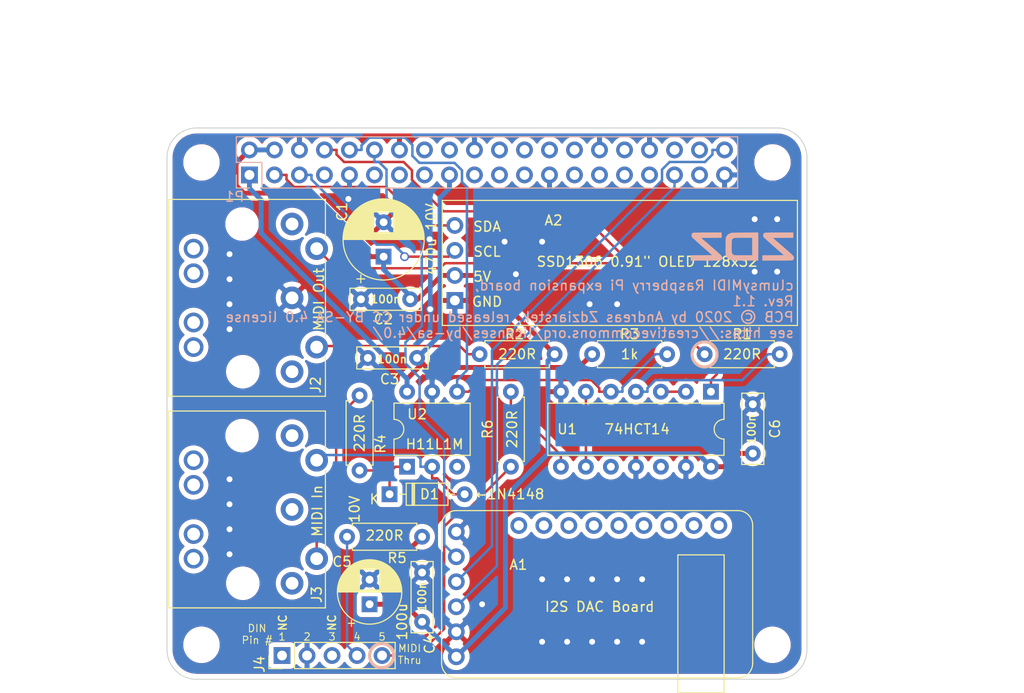
<source format=kicad_pcb>
(kicad_pcb (version 20171130) (host pcbnew 5.1.7-a382d34a8~87~ubuntu18.04.1)
  (title_block (date "15 nov 2012"))
  (layers (0 F.Cu signal) (31 B.Cu signal) (34 B.Paste user) (35 F.Paste user) (36 B.SilkS user) (37 F.SilkS user) (38 B.Mask user) (39 F.Mask user) (44 Edge.Cuts user))
  (net 0 "")
  (net 1 +3V3)
  (net 2 +5V)
  (net 3 GND)
  (net 4 /ID_SD)
  (net 5 /ID_SC)
  (net 6 /GPIO5)
  (net 7 /GPIO6)
  (net 8 /GPIO26)
  (net 9 "/GPIO4(GCLK)")
  (net 10 "/GPIO15(RXD0)")
  (net 11 "/GPIO17(GEN0)")
  (net 12 "/GPIO27(GEN2)")
  (net 13 "/GPIO22(GEN3)")
  (net 14 "/GPIO23(GEN4)")
  (net 15 "/GPIO24(GEN5)")
  (net 16 "/GPIO25(GEN6)")
  (net 17 "/GPIO10(SPI0_MOSI)")
  (net 18 "/GPIO9(SPI0_MISO)")
  (net 19 "/GPIO11(SPI0_SCK)")
  (net 20 "/GPIO8(SPI0_CE_N)")
  (net 21 "/GPIO7(SPI1_CE_N)")
  (net 22 "/GPIO12(PWM0)")
  (net 23 "/GPIO13(PWM1)")
  (net 24 /GPIO16)
  (net 25 "/GPIO20(SPI1_MOSI)")
  (net 26 I2S_BCLK)
  (net 27 I2S_DATA)
  (net 28 I2S_LRCLK)
  (net 29 "Net-(A1-Pad7)")
  (net 30 "Net-(A1-Pad8)")
  (net 31 "Net-(A1-Pad9)")
  (net 32 "Net-(A1-Pad10)")
  (net 33 "Net-(A1-Pad11)")
  (net 34 "Net-(A1-Pad12)")
  (net 35 "Net-(A1-Pad13)")
  (net 36 "Net-(A1-Pad14)")
  (net 37 "Net-(A1-Pad15)")
  (net 38 "Net-(D1-Pad2)")
  (net 39 "Net-(D1-Pad1)")
  (net 40 I2C_SDA)
  (net 41 I2C_SCL)
  (net 42 "Net-(J2-Pad4)")
  (net 43 "Net-(J2-Pad1)")
  (net 44 "Net-(J2-Pad3)")
  (net 45 "Net-(J2-Pad5)")
  (net 46 "Net-(J3-Pad4)")
  (net 47 "Net-(J3-Pad1)")
  (net 48 "Net-(J3-Pad2)")
  (net 49 "Net-(J3-Pad3)")
  (net 50 "Net-(J4-Pad4)")
  (net 51 "Net-(J4-Pad1)")
  (net 52 "Net-(J4-Pad3)")
  (net 53 "Net-(J4-Pad5)")
  (net 54 TX_TTL)
  (net 55 "Net-(R1-Pad2)")
  (net 56 "Net-(R6-Pad2)")
  (net 57 "Net-(U1-Pad6)")
  (net 58 "Net-(U1-Pad12)")
  (net 59 "Net-(U1-Pad10)")
  (net 60 "Net-(U1-Pad2)")
  (net 61 "Net-(U2-Pad3)")
  (module clumsyMIDI:SSD1306_128_32 (layer F.Cu) (at 246 107.709 180)
    (fp_text reference A2 (at 6.74 4.319) (layer F.SilkS))
    (fp_text value "SSD1306 Header")
    (pad 4 thru_hole oval (at 16.764 3.81 180) (size 1.7 1.7) (drill 1) (layers *.Cu *.Mask) (net 40 I2C_SDA))
    (pad 3 thru_hole oval (at 16.764 1.27 180) (size 1.7 1.7) (drill 1) (layers *.Cu *.Mask) (net 41 I2C_SCL))
    (pad 2 thru_hole oval (at 16.764 -1.27 180) (size 1.7 1.7) (drill 1) (layers *.Cu *.Mask) (net 2 +5V))
    (pad 1 thru_hole rect (at 16.764 -3.81 180) (size 1.7 1.7) (drill 1) (layers *.Cu *.Mask) (net 3 GND))
  )
  (module clumsyMIDI:GY-PCM5102 (layer F.Cu) (at 243.688 141.364)
    (fp_text reference A1 (at -8 -3) (layer F.SilkS))
    (fp_text value GY-PCM5102)
    (pad 6 thru_hole circle (at -14.305 6.35) (size 1.7 1.7) (drill 1) (layers *.Cu *.Mask) (net 2 +5V))
    (pad 5 thru_hole circle (at -14.305 3.81) (size 1.7 1.7) (drill 1) (layers *.Cu *.Mask) (net 3 GND))
    (pad 4 thru_hole circle (at -14.305 1.27) (size 1.7 1.7) (drill 1) (layers *.Cu *.Mask) (net 28 I2S_LRCLK))
    (pad 3 thru_hole circle (at -14.305 -1.27) (size 1.7 1.7) (drill 1) (layers *.Cu *.Mask) (net 27 I2S_DATA))
    (pad 2 thru_hole circle (at -14.305 -3.81) (size 1.7 1.7) (drill 1) (layers *.Cu *.Mask) (net 26 I2S_BCLK))
    (pad 1 thru_hole circle (at -14.305 -6.35) (size 1.7 1.7) (drill 1) (layers *.Cu *.Mask) (net 3 GND))
    (pad 7 thru_hole circle (at 12.365 -6.985) (size 1.7 1.7) (drill 1) (layers *.Cu *.Mask) (net 29 "Net-(A1-Pad7)"))
    (pad 8 thru_hole circle (at 9.825 -6.985) (size 1.7 1.7) (drill 1) (layers *.Cu *.Mask) (net 30 "Net-(A1-Pad8)"))
    (pad 9 thru_hole circle (at 7.285 -6.985) (size 1.7 1.7) (drill 1) (layers *.Cu *.Mask) (net 31 "Net-(A1-Pad9)"))
    (pad 10 thru_hole circle (at 4.745 -6.985) (size 1.7 1.7) (drill 1) (layers *.Cu *.Mask) (net 32 "Net-(A1-Pad10)"))
    (pad 11 thru_hole circle (at 2.205 -6.985) (size 1.7 1.7) (drill 1) (layers *.Cu *.Mask) (net 33 "Net-(A1-Pad11)"))
    (pad 12 thru_hole circle (at -0.335 -6.985) (size 1.7 1.7) (drill 1) (layers *.Cu *.Mask) (net 34 "Net-(A1-Pad12)"))
    (pad 13 thru_hole circle (at -2.875 -6.985) (size 1.7 1.7) (drill 1) (layers *.Cu *.Mask) (net 35 "Net-(A1-Pad13)"))
    (pad 14 thru_hole circle (at -5.415 -6.985) (size 1.7 1.7) (drill 1) (layers *.Cu *.Mask) (net 36 "Net-(A1-Pad14)"))
    (pad 15 thru_hole circle (at -7.955 -6.985) (size 1.7 1.7) (drill 1) (layers *.Cu *.Mask) (net 37 "Net-(A1-Pad15)"))
  )
  (module clumsyMIDI:MultiDIN5 (layer F.Cu) (at 212.7 140.25 90)
    (fp_text reference J3 (at -1.15 2.5 90) (layer F.SilkS))
    (fp_text value "MIDI In Jack")
    (pad "" np_thru_hole circle (at 15 -5.08 90) (size 2.4 2.4) (drill 2.4) (layers *.Cu *.Mask))
    (pad "" np_thru_hole circle (at 0 -5 90) (size 2.4 2.4) (drill 2.4) (layers *.Cu *.Mask))
    (pad "" thru_hole circle (at 12.5 -10 90) (size 2 2) (drill 1.3) (layers *.Cu *.Mask))
    (pad "" thru_hole circle (at 2.5 -10 90) (size 2 2) (drill 1.3) (layers *.Cu *.Mask))
    (pad "" thru_hole circle (at 10 -10 90) (size 2 2) (drill 1.3) (layers *.Cu *.Mask))
    (pad 4 thru_hole circle (at 2.5 2.5 90) (size 2.3 2.3) (drill 1.3) (layers *.Cu *.Mask) (net 46 "Net-(J3-Pad4)"))
    (pad 1 thru_hole circle (at 0 0 90) (size 2.3 2.3) (drill 1.3) (layers *.Cu *.Mask) (net 47 "Net-(J3-Pad1)"))
    (pad 2 thru_hole circle (at 7.5 0 90) (size 2.3 2.3) (drill 1.3) (layers *.Cu *.Mask) (net 48 "Net-(J3-Pad2)"))
    (pad 3 thru_hole circle (at 15 0 90) (size 2.3 2.3) (drill 1.3) (layers *.Cu *.Mask) (net 49 "Net-(J3-Pad3)"))
    (pad "" thru_hole circle (at 5 -10 90) (size 2 2) (drill 1.3) (layers *.Cu *.Mask))
    (pad 5 thru_hole circle (at 12.5 2.5 90) (size 2.3 2.3) (drill 1.3) (layers *.Cu *.Mask) (net 38 "Net-(D1-Pad2)"))
  )
  (module clumsyMIDI:MultiDIN5 (layer F.Cu) (at 212.7 118.758 90)
    (fp_text reference J2 (at -1.342 2.4 90) (layer F.SilkS))
    (fp_text value "MIDI Out Jack")
    (pad "" np_thru_hole circle (at 15 -5.08 90) (size 2.4 2.4) (drill 2.4) (layers *.Cu *.Mask))
    (pad "" np_thru_hole circle (at 0 -5 90) (size 2.4 2.4) (drill 2.4) (layers *.Cu *.Mask))
    (pad "" thru_hole circle (at 12.5 -10 90) (size 2 2) (drill 1.3) (layers *.Cu *.Mask))
    (pad "" thru_hole circle (at 2.5 -10 90) (size 2 2) (drill 1.3) (layers *.Cu *.Mask))
    (pad "" thru_hole circle (at 10 -10 90) (size 2 2) (drill 1.3) (layers *.Cu *.Mask))
    (pad 4 thru_hole circle (at 2.5 2.5 90) (size 2.3 2.3) (drill 1.3) (layers *.Cu *.Mask) (net 42 "Net-(J2-Pad4)"))
    (pad 1 thru_hole circle (at 0 0 90) (size 2.3 2.3) (drill 1.3) (layers *.Cu *.Mask) (net 43 "Net-(J2-Pad1)"))
    (pad 2 thru_hole circle (at 7.5 0 90) (size 2.3 2.3) (drill 1.3) (layers *.Cu *.Mask) (net 3 GND))
    (pad 3 thru_hole circle (at 15 0 90) (size 2.3 2.3) (drill 1.3) (layers *.Cu *.Mask) (net 44 "Net-(J2-Pad3)"))
    (pad "" thru_hole circle (at 5 -10 90) (size 2 2) (drill 1.3) (layers *.Cu *.Mask))
    (pad 5 thru_hole circle (at 12.5 2.5 90) (size 2.3 2.3) (drill 1.3) (layers *.Cu *.Mask) (net 45 "Net-(J2-Pad5)"))
  )
  (module clumsyMIDI:ZDZsmall (layer B.Cu) (at 258.42 106.058 180)
    (fp_text reference G*** hide)
    (fp_text value LOGO hide)
  )
  (module Resistor_THT:R_Axial_DIN0207_L6.3mm_D2.5mm_P7.62mm_Horizontal (layer F.Cu) (at 234.925 128.41 90)
    (fp_text reference R6 (at 3.81 -2.37 90) (layer F.SilkS))
    (fp_text value 220R (at 3.81 0.127 90) (layer F.SilkS))
    (pad 2 thru_hole oval (at 7.62 0 90) (size 1.6 1.6) (drill 0.8) (layers *.Cu *.Mask) (net 56 "Net-(R6-Pad2)"))
    (pad 1 thru_hole circle (at 0 0 90) (size 1.6 1.6) (drill 0.8) (layers *.Cu *.Mask) (net 53 "Net-(J4-Pad5)"))
  )
  (module Resistor_THT:R_Axial_DIN0207_L6.3mm_D2.5mm_P7.62mm_Horizontal (layer F.Cu) (at 225.908 135.522 180)
    (fp_text reference R5 (at 2.54 -2.159) (layer F.SilkS))
    (fp_text value 220R (at 3.81 0.127) (layer F.SilkS))
    (pad 1 thru_hole circle (at 0 0 180) (size 1.6 1.6) (drill 0.8) (layers *.Cu *.Mask) (net 2 +5V))
    (pad 2 thru_hole oval (at 7.62 0 180) (size 1.6 1.6) (drill 0.8) (layers *.Cu *.Mask) (net 50 "Net-(J4-Pad4)"))
  )
  (module Resistor_THT:R_Axial_DIN0207_L6.3mm_D2.5mm_P7.62mm_Horizontal (layer F.Cu) (at 219.558 121.171 270)
    (fp_text reference R4 (at 4.919 -2.122 90) (layer F.SilkS))
    (fp_text value 220R (at 3.81 0 90) (layer F.SilkS))
    (pad 2 thru_hole oval (at 7.62 0 270) (size 1.6 1.6) (drill 0.8) (layers *.Cu *.Mask) (net 39 "Net-(D1-Pad1)"))
    (pad 1 thru_hole circle (at 0 0 270) (size 1.6 1.6) (drill 0.8) (layers *.Cu *.Mask) (net 46 "Net-(J3-Pad4)"))
  )
  (module Resistor_THT:R_Axial_DIN0207_L6.3mm_D2.5mm_P7.62mm_Horizontal (layer F.Cu) (at 243.18 116.98)
    (fp_text reference R3 (at 3.81 -2.032) (layer F.SilkS))
    (fp_text value 1k (at 3.81 0) (layer F.SilkS))
    (pad 2 thru_hole oval (at 7.62 0) (size 1.6 1.6) (drill 0.8) (layers *.Cu *.Mask) (net 10 "/GPIO15(RXD0)"))
    (pad 1 thru_hole circle (at 0 0) (size 1.6 1.6) (drill 0.8) (layers *.Cu *.Mask) (net 1 +3V3))
  )
  (module Resistor_THT:R_Axial_DIN0207_L6.3mm_D2.5mm_P7.62mm_Horizontal (layer F.Cu) (at 239.37 116.98 180)
    (fp_text reference R2 (at 4.064 2.032) (layer F.SilkS))
    (fp_text value 220R (at 3.81 0) (layer F.SilkS))
    (pad 2 thru_hole oval (at 7.62 0 180) (size 1.6 1.6) (drill 0.8) (layers *.Cu *.Mask) (net 42 "Net-(J2-Pad4)"))
    (pad 1 thru_hole circle (at 0 0 180) (size 1.6 1.6) (drill 0.8) (layers *.Cu *.Mask) (net 2 +5V))
  )
  (module Resistor_THT:R_Axial_DIN0207_L6.3mm_D2.5mm_P7.62mm_Horizontal (layer F.Cu) (at 254.61 116.98)
    (fp_text reference R1 (at 3.81 -2.032) (layer F.SilkS))
    (fp_text value 220R (at 3.81 0) (layer F.SilkS))
    (pad 2 thru_hole oval (at 7.62 0) (size 1.6 1.6) (drill 0.8) (layers *.Cu *.Mask) (net 55 "Net-(R1-Pad2)"))
    (pad 1 thru_hole circle (at 0 0) (size 1.6 1.6) (drill 0.8) (layers *.Cu *.Mask) (net 45 "Net-(J2-Pad5)"))
  )
  (module Capacitor_THT:C_Rect_L7.0mm_W2.0mm_P5.00mm (layer F.Cu) (at 219.7 111.4)
    (fp_text reference C2 (at 2.286 2.032) (layer F.SilkS))
    (fp_text value 100n (at 2.5 0) (layer F.SilkS) (effects (font (size 0.8 0.8))))
    (pad 2 thru_hole circle (at 5 0) (size 1.6 1.6) (drill 0.8) (layers *.Cu *.Mask) (net 2 +5V))
    (pad 1 thru_hole circle (at 0 0) (size 1.6 1.6) (drill 0.8) (layers *.Cu *.Mask) (net 3 GND))
  )
  (module Connector_PinHeader_2.54mm:PinHeader_1x05_P2.54mm_Vertical (layer F.Cu) (at 211.684 147.587 90)
    (fp_text reference J4 (at -0.889 -2.286 90) (layer F.SilkS))
    (fp_text value "MIDI Thru Jack" hide)
    (pad 5 thru_hole oval (at 0 10.16 90) (size 1.7 1.7) (drill 1) (layers *.Cu *.Mask) (net 53 "Net-(J4-Pad5)"))
    (pad 4 thru_hole oval (at 0 7.62 90) (size 1.7 1.7) (drill 1) (layers *.Cu *.Mask) (net 50 "Net-(J4-Pad4)"))
    (pad 3 thru_hole oval (at 0 5.08 90) (size 1.7 1.7) (drill 1) (layers *.Cu *.Mask) (net 52 "Net-(J4-Pad3)"))
    (pad 2 thru_hole oval (at 0 2.54 90) (size 1.7 1.7) (drill 1) (layers *.Cu *.Mask) (net 3 GND))
    (pad 1 thru_hole rect (at 0 0 90) (size 1.7 1.7) (drill 1) (layers *.Cu *.Mask) (net 51 "Net-(J4-Pad1)"))
  )
  (module Package_DIP:DIP-6_W7.62mm (layer F.Cu) (at 224.384 128.41 90)
    (fp_text reference U2 (at 5.334 1.016 180) (layer F.SilkS))
    (fp_text value H11L1M (at 2.286 2.794 180) (layer F.SilkS))
    (pad 6 thru_hole oval (at 7.62 0 90) (size 1.6 1.6) (drill 0.8) (layers *.Cu *.Mask) (net 1 +3V3))
    (pad 3 thru_hole oval (at 0 5.08 90) (size 1.6 1.6) (drill 0.8) (layers *.Cu *.Mask) (net 61 "Net-(U2-Pad3)"))
    (pad 5 thru_hole oval (at 7.62 2.54 90) (size 1.6 1.6) (drill 0.8) (layers *.Cu *.Mask) (net 3 GND))
    (pad 2 thru_hole oval (at 0 2.54 90) (size 1.6 1.6) (drill 0.8) (layers *.Cu *.Mask) (net 38 "Net-(D1-Pad2)"))
    (pad 4 thru_hole oval (at 7.62 5.08 90) (size 1.6 1.6) (drill 0.8) (layers *.Cu *.Mask) (net 10 "/GPIO15(RXD0)"))
    (pad 1 thru_hole rect (at 0 0 90) (size 1.6 1.6) (drill 0.8) (layers *.Cu *.Mask) (net 39 "Net-(D1-Pad1)"))
  )
  (module Package_DIP:DIP-14_W7.62mm (layer F.Cu) (at 255.245 120.79 270)
    (fp_text reference U1 (at 3.81 14.605 180) (layer F.SilkS))
    (fp_text value 74HCT14 (at 3.81 7.493 180) (layer F.SilkS))
    (pad 14 thru_hole oval (at 7.62 0 270) (size 1.6 1.6) (drill 0.8) (layers *.Cu *.Mask) (net 2 +5V))
    (pad 7 thru_hole oval (at 0 15.24 270) (size 1.6 1.6) (drill 0.8) (layers *.Cu *.Mask) (net 3 GND))
    (pad 13 thru_hole oval (at 7.62 2.54 270) (size 1.6 1.6) (drill 0.8) (layers *.Cu *.Mask) (net 3 GND))
    (pad 6 thru_hole oval (at 0 12.7 270) (size 1.6 1.6) (drill 0.8) (layers *.Cu *.Mask) (net 57 "Net-(U1-Pad6)"))
    (pad 12 thru_hole oval (at 7.62 5.08 270) (size 1.6 1.6) (drill 0.8) (layers *.Cu *.Mask) (net 58 "Net-(U1-Pad12)"))
    (pad 5 thru_hole oval (at 0 10.16 270) (size 1.6 1.6) (drill 0.8) (layers *.Cu *.Mask) (net 10 "/GPIO15(RXD0)"))
    (pad 11 thru_hole oval (at 7.62 7.62 270) (size 1.6 1.6) (drill 0.8) (layers *.Cu *.Mask) (net 3 GND))
    (pad 4 thru_hole oval (at 0 7.62 270) (size 1.6 1.6) (drill 0.8) (layers *.Cu *.Mask) (net 55 "Net-(R1-Pad2)"))
    (pad 10 thru_hole oval (at 7.62 10.16 270) (size 1.6 1.6) (drill 0.8) (layers *.Cu *.Mask) (net 59 "Net-(U1-Pad10)"))
    (pad 3 thru_hole oval (at 0 5.08 270) (size 1.6 1.6) (drill 0.8) (layers *.Cu *.Mask) (net 60 "Net-(U1-Pad2)"))
    (pad 9 thru_hole oval (at 7.62 12.7 270) (size 1.6 1.6) (drill 0.8) (layers *.Cu *.Mask) (net 57 "Net-(U1-Pad6)"))
    (pad 2 thru_hole oval (at 0 2.54 270) (size 1.6 1.6) (drill 0.8) (layers *.Cu *.Mask) (net 60 "Net-(U1-Pad2)"))
    (pad 8 thru_hole oval (at 7.62 15.24 270) (size 1.6 1.6) (drill 0.8) (layers *.Cu *.Mask) (net 56 "Net-(R6-Pad2)"))
    (pad 1 thru_hole rect (at 0 0 270) (size 1.6 1.6) (drill 0.8) (layers *.Cu *.Mask) (net 54 TX_TTL))
  )
  (module Diode_THT:D_DO-35_SOD27_P7.62mm_Horizontal (layer F.Cu) (at 222.606 131.204)
    (fp_text reference D1 (at 4.064 0) (layer F.SilkS))
    (fp_text value 1N4148)
    (fp_text user K (at -1.524 0.508) (layer F.SilkS))
    (pad 2 thru_hole oval (at 7.62 0) (size 1.6 1.6) (drill 0.8) (layers *.Cu *.Mask) (net 38 "Net-(D1-Pad2)"))
    (pad 1 thru_hole rect (at 0 0) (size 1.6 1.6) (drill 0.8) (layers *.Cu *.Mask) (net 39 "Net-(D1-Pad1)"))
  )
  (module Capacitor_THT:C_Rect_L7.0mm_W2.0mm_P5.00mm (layer F.Cu) (at 259.5 122.06 270)
    (fp_text reference C6 (at 2.5 -2.25 90) (layer F.SilkS))
    (fp_text value 100n (at 2.54 0.127 90) (layer F.SilkS) (effects (font (size 0.8 0.8))))
    (pad 2 thru_hole circle (at 5 0 270) (size 1.6 1.6) (drill 0.8) (layers *.Cu *.Mask) (net 2 +5V))
    (pad 1 thru_hole circle (at 0 0 270) (size 1.6 1.6) (drill 0.8) (layers *.Cu *.Mask) (net 3 GND))
  )
  (module Capacitor_THT:CP_Radial_D6.3mm_P2.50mm (layer F.Cu) (at 220.574 142.38 90)
    (fp_text reference C5 (at 4.318 -2.794 180) (layer F.SilkS))
    (fp_text value 100u (at -1.778 3.302 90) (layer F.SilkS))
    (pad 1 thru_hole rect (at 0 0 90) (size 1.6 1.6) (drill 0.8) (layers *.Cu *.Mask) (net 2 +5V))
    (pad 2 thru_hole circle (at 2.5 0 90) (size 1.6 1.6) (drill 0.8) (layers *.Cu *.Mask) (net 3 GND))
  )
  (module Capacitor_THT:C_Rect_L7.0mm_W2.0mm_P5.00mm (layer F.Cu) (at 225.908 144.158 90)
    (fp_text reference C4 (at -2.286 0.762 90) (layer F.SilkS))
    (fp_text value 100n (at 2.54 0 90) (layer F.SilkS) (effects (font (size 0.8 0.8))))
    (pad 1 thru_hole circle (at 0 0 90) (size 1.6 1.6) (drill 0.8) (layers *.Cu *.Mask) (net 2 +5V))
    (pad 2 thru_hole circle (at 5 0 90) (size 1.6 1.6) (drill 0.8) (layers *.Cu *.Mask) (net 3 GND))
  )
  (module Capacitor_THT:C_Rect_L7.0mm_W2.0mm_P5.00mm (layer F.Cu) (at 225.4 117.361 180)
    (fp_text reference C3 (at 2.794 -2.159) (layer F.SilkS))
    (fp_text value 100n (at 2.54 -0.127) (layer F.SilkS) (effects (font (size 0.8 0.8))))
    (pad 2 thru_hole circle (at 5 0 180) (size 1.6 1.6) (drill 0.8) (layers *.Cu *.Mask) (net 3 GND))
    (pad 1 thru_hole circle (at 0 0 180) (size 1.6 1.6) (drill 0.8) (layers *.Cu *.Mask) (net 1 +3V3))
  )
  (module Capacitor_THT:CP_Radial_D8.0mm_P3.50mm (layer F.Cu) (at 222 107.074 90)
    (fp_text reference C1 (at 4.572 -4.22 90) (layer F.SilkS))
    (fp_text value "470u 10V" (at 1.778 4.826 90) (layer F.SilkS))
    (pad 2 thru_hole circle (at 3.5 0 90) (size 1.6 1.6) (drill 0.8) (layers *.Cu *.Mask) (net 3 GND))
    (pad 1 thru_hole rect (at 0 0 90) (size 1.6 1.6) (drill 0.8) (layers *.Cu *.Mask) (net 2 +5V))
  )
  (module Connector_PinSocket_2.54mm:PinSocket_2x20_P2.54mm_Vertical (layer B.Cu) (at 208.37 98.77 270)
    (fp_text reference P1 (at 2.208 1.512) (layer B.SilkS) (effects (justify mirror)))
    (fp_text value Conn_02x20_Odd_Even)
    (pad 1 thru_hole rect (at 0 0 270) (size 1.7 1.7) (drill 1) (layers *.Cu *.Mask) (net 1 +3V3))
    (pad 2 thru_hole oval (at -2.54 0 270) (size 1.7 1.7) (drill 1) (layers *.Cu *.Mask) (net 2 +5V))
    (pad 3 thru_hole oval (at 0 -2.54 270) (size 1.7 1.7) (drill 1) (layers *.Cu *.Mask) (net 40 I2C_SDA))
    (pad 4 thru_hole oval (at -2.54 -2.54 270) (size 1.7 1.7) (drill 1) (layers *.Cu *.Mask) (net 2 +5V))
    (pad 5 thru_hole oval (at 0 -5.08 270) (size 1.7 1.7) (drill 1) (layers *.Cu *.Mask) (net 41 I2C_SCL))
    (pad 6 thru_hole oval (at -2.54 -5.08 270) (size 1.7 1.7) (drill 1) (layers *.Cu *.Mask) (net 3 GND))
    (pad 7 thru_hole oval (at 0 -7.62 270) (size 1.7 1.7) (drill 1) (layers *.Cu *.Mask) (net 9 "/GPIO4(GCLK)"))
    (pad 8 thru_hole oval (at -2.54 -7.62 270) (size 1.7 1.7) (drill 1) (layers *.Cu *.Mask) (net 54 TX_TTL))
    (pad 9 thru_hole oval (at 0 -10.16 270) (size 1.7 1.7) (drill 1) (layers *.Cu *.Mask) (net 3 GND))
    (pad 10 thru_hole oval (at -2.54 -10.16 270) (size 1.7 1.7) (drill 1) (layers *.Cu *.Mask) (net 10 "/GPIO15(RXD0)"))
    (pad 11 thru_hole oval (at 0 -12.7 270) (size 1.7 1.7) (drill 1) (layers *.Cu *.Mask) (net 11 "/GPIO17(GEN0)"))
    (pad 12 thru_hole oval (at -2.54 -12.7 270) (size 1.7 1.7) (drill 1) (layers *.Cu *.Mask) (net 26 I2S_BCLK))
    (pad 13 thru_hole oval (at 0 -15.24 270) (size 1.7 1.7) (drill 1) (layers *.Cu *.Mask) (net 12 "/GPIO27(GEN2)"))
    (pad 14 thru_hole oval (at -2.54 -15.24 270) (size 1.7 1.7) (drill 1) (layers *.Cu *.Mask) (net 3 GND))
    (pad 15 thru_hole oval (at 0 -17.78 270) (size 1.7 1.7) (drill 1) (layers *.Cu *.Mask) (net 13 "/GPIO22(GEN3)"))
    (pad 16 thru_hole oval (at -2.54 -17.78 270) (size 1.7 1.7) (drill 1) (layers *.Cu *.Mask) (net 14 "/GPIO23(GEN4)"))
    (pad 17 thru_hole oval (at 0 -20.32 270) (size 1.7 1.7) (drill 1) (layers *.Cu *.Mask) (net 1 +3V3))
    (pad 18 thru_hole oval (at -2.54 -20.32 270) (size 1.7 1.7) (drill 1) (layers *.Cu *.Mask) (net 15 "/GPIO24(GEN5)"))
    (pad 19 thru_hole oval (at 0 -22.86 270) (size 1.7 1.7) (drill 1) (layers *.Cu *.Mask) (net 17 "/GPIO10(SPI0_MOSI)"))
    (pad 20 thru_hole oval (at -2.54 -22.86 270) (size 1.7 1.7) (drill 1) (layers *.Cu *.Mask) (net 3 GND))
    (pad 21 thru_hole oval (at 0 -25.4 270) (size 1.7 1.7) (drill 1) (layers *.Cu *.Mask) (net 18 "/GPIO9(SPI0_MISO)"))
    (pad 22 thru_hole oval (at -2.54 -25.4 270) (size 1.7 1.7) (drill 1) (layers *.Cu *.Mask) (net 16 "/GPIO25(GEN6)"))
    (pad 23 thru_hole oval (at 0 -27.94 270) (size 1.7 1.7) (drill 1) (layers *.Cu *.Mask) (net 19 "/GPIO11(SPI0_SCK)"))
    (pad 24 thru_hole oval (at -2.54 -27.94 270) (size 1.7 1.7) (drill 1) (layers *.Cu *.Mask) (net 20 "/GPIO8(SPI0_CE_N)"))
    (pad 25 thru_hole oval (at 0 -30.48 270) (size 1.7 1.7) (drill 1) (layers *.Cu *.Mask) (net 3 GND))
    (pad 26 thru_hole oval (at -2.54 -30.48 270) (size 1.7 1.7) (drill 1) (layers *.Cu *.Mask) (net 21 "/GPIO7(SPI1_CE_N)"))
    (pad 27 thru_hole oval (at 0 -33.02 270) (size 1.7 1.7) (drill 1) (layers *.Cu *.Mask) (net 4 /ID_SD))
    (pad 28 thru_hole oval (at -2.54 -33.02 270) (size 1.7 1.7) (drill 1) (layers *.Cu *.Mask) (net 5 /ID_SC))
    (pad 29 thru_hole oval (at 0 -35.56 270) (size 1.7 1.7) (drill 1) (layers *.Cu *.Mask) (net 6 /GPIO5))
    (pad 30 thru_hole oval (at -2.54 -35.56 270) (size 1.7 1.7) (drill 1) (layers *.Cu *.Mask) (net 3 GND))
    (pad 31 thru_hole oval (at 0 -38.1 270) (size 1.7 1.7) (drill 1) (layers *.Cu *.Mask) (net 7 /GPIO6))
    (pad 32 thru_hole oval (at -2.54 -38.1 270) (size 1.7 1.7) (drill 1) (layers *.Cu *.Mask) (net 22 "/GPIO12(PWM0)"))
    (pad 33 thru_hole oval (at 0 -40.64 270) (size 1.7 1.7) (drill 1) (layers *.Cu *.Mask) (net 23 "/GPIO13(PWM1)"))
    (pad 34 thru_hole oval (at -2.54 -40.64 270) (size 1.7 1.7) (drill 1) (layers *.Cu *.Mask) (net 3 GND))
    (pad 35 thru_hole oval (at 0 -43.18 270) (size 1.7 1.7) (drill 1) (layers *.Cu *.Mask) (net 28 I2S_LRCLK))
    (pad 36 thru_hole oval (at -2.54 -43.18 270) (size 1.7 1.7) (drill 1) (layers *.Cu *.Mask) (net 24 /GPIO16))
    (pad 37 thru_hole oval (at 0 -45.72 270) (size 1.7 1.7) (drill 1) (layers *.Cu *.Mask) (net 8 /GPIO26))
    (pad 38 thru_hole oval (at -2.54 -45.72 270) (size 1.7 1.7) (drill 1) (layers *.Cu *.Mask) (net 25 "/GPIO20(SPI1_MOSI)"))
    (pad 39 thru_hole oval (at 0 -48.26 270) (size 1.7 1.7) (drill 1) (layers *.Cu *.Mask) (net 3 GND))
    (pad 40 thru_hole oval (at -2.54 -48.26 270) (size 1.7 1.7) (drill 1) (layers *.Cu *.Mask) (net 27 I2S_DATA))
  )
  (module MountingHole:MountingHole_2.7mm_M2.5 (layer F.Cu) (at 261.5 146.5)
    (fp_text reference MK4 hide)
    (fp_text value M2.5)
    (pad 1 np_thru_hole circle (at 0 0) (size 2.7 2.7) (drill 2.7) (layers *.Cu *.Mask))
  )
  (module MountingHole:MountingHole_2.7mm_M2.5 (layer F.Cu) (at 203.5 146.5)
    (fp_text reference MK3 hide)
    (fp_text value M2.5)
    (pad 1 np_thru_hole circle (at 0 0) (size 2.7 2.7) (drill 2.7) (layers *.Cu *.Mask))
  )
  (module MountingHole:MountingHole_2.7mm_M2.5 (layer F.Cu) (at 261.5 97.5 180)
    (fp_text reference MK2 hide)
    (fp_text value M2.5)
    (pad 1 np_thru_hole circle (at 0 0 180) (size 2.7 2.7) (drill 2.7) (layers *.Cu *.Mask))
  )
  (module MountingHole:MountingHole_2.7mm_M2.5 (layer F.Cu) (at 203.5 97.5 180)
    (fp_text reference MK1 hide)
    (fp_text value M2.5)
    (pad 1 np_thru_hole circle (at 0 0 180) (size 2.7 2.7) (drill 2.7) (layers *.Cu *.Mask))
  )
  (gr_text "MIDI Out" (at 215.43 111.42 90) (layer F.SilkS) (effects (font (size 1 1))))
  (gr_text "MIDI In" (at 215.26 132.9 90) (layer F.SilkS) (effects (font (size 1 1))))
  (gr_circle (center 254.6 117) (end 255.8 117) (layer F.SilkS) (width 0.15))
  (gr_circle (center 254.6 117) (end 255.8 116.4) (layer F.SilkS) (width 0.15))
  (gr_circle (center 221.8 147.6) (end 222.95 147.6) (layer F.SilkS) (width 0.15))
  (gr_circle (center 221.8 147.6) (end 223.1 147.6) (layer F.SilkS) (width 0.15))
  (gr_circle (center 221.8 147.6) (end 223.1 147.6) (layer B.SilkS) (width 0.15))
  (gr_circle (center 221.8 147.6) (end 222.95 147.6) (layer B.SilkS) (width 0.15))
  (gr_circle (center 254.6 117) (end 255.8 117) (layer B.SilkS) (width 0.15))
  (gr_circle (center 254.6 117) (end 255.8 117.6) (layer B.SilkS) (width 0.15))
  (gr_text NC (at 216.75 144.25 90) (layer F.SilkS) (effects (font (size 0.8 0.8))))
  (gr_text NC (at 211.75 144.25 90) (layer F.SilkS) (effects (font (size 0.8 0.8))))
  (gr_text "clumsyMIDI Raspberry Pi expansion board,\nRev. 1.1\nPCB © 2020 by Andreas Zdziarstek, released under CC BY-SA 4.0 license\nsee https://creativecommons.org/licenses/by-sa/4.0/" (at 263.754 112.408) (layer B.SilkS) (effects (font (size 1 1)) (justify left mirror)))
  (gr_text "I2S DAC Board" (at 243.942 142.634) (layer F.SilkS) (effects (font (size 1 1))))
  (gr_text 10V (at 219.05 132.728 90) (layer F.SilkS) (effects (font (size 1 1))))
  (gr_text ←1N4148 (at 234.798 131.204) (layer F.SilkS) (effects (font (size 1 1))))
  (gr_text "MIDI\nThru\n" (at 224.638 147.46) (layer F.SilkS) (effects (font (size 0.75 0.75) (thickness 0.1))))
  (gr_text 5 (at 221.844 145.682) (layer F.SilkS) (effects (font (size 0.75 0.75) (thickness 0.1))))
  (gr_text 4 (at 219.304 145.682) (layer F.SilkS) (effects (font (size 0.75 0.75) (thickness 0.1))))
  (gr_text 3 (at 216.764 145.682) (layer F.SilkS) (effects (font (size 0.75 0.75) (thickness 0.1))))
  (gr_text 2 (at 214.224 145.682) (layer F.SilkS) (effects (font (size 0.75 0.75) (thickness 0.1))))
  (gr_text 1 (at 211.684 145.682) (layer F.SilkS) (effects (font (size 0.75 0.75) (thickness 0.1))))
  (gr_text "DIN\nPin #" (at 209.144 145.428) (layer F.SilkS) (effects (font (size 0.75 0.75) (thickness 0.1))))
  (gr_text SDA (at 232.512 104.026) (layer F.SilkS) (effects (font (size 1 1))))
  (gr_text SCL (at 232.512 106.566) (layer F.SilkS) (effects (font (size 1 1))))
  (gr_text 5V (at 233.02 109.106) (layer F.SilkS) (effects (font (size 1 1)) (justify right)))
  (gr_text GND (at 232.512 111.646) (layer F.SilkS) (effects (font (size 1 1))))
  (gr_text "SSD1306 0.91\" OLED 128x32" (at 248.768 107.582) (layer F.SilkS) (effects (font (size 1 1))))
  (gr_line (start 200 113) (end 200 131) (layer Edge.Cuts) (width 0.1))
  (gr_line (start 200 97) (end 200 113) (layer Edge.Cuts) (width 0.1))
  (gr_arc (start 262 97) (end 262 94) (angle 90) (layer Edge.Cuts) (width 0.1))
  (gr_arc (start 262 147) (end 265 147) (angle 90) (layer Edge.Cuts) (width 0.1))
  (gr_arc (start 203 147) (end 203 150) (angle 90) (layer Edge.Cuts) (width 0.1))
  (gr_arc (start 203 97) (end 200 97) (angle 90) (layer Edge.Cuts) (width 0.1))
  (gr_line (start 262 94) (end 203 94) (layer Edge.Cuts) (width 0.1))
  (gr_line (start 265 147) (end 265 97) (layer Edge.Cuts) (width 0.1))
  (gr_line (start 203 150) (end 262 150) (layer Edge.Cuts) (width 0.1))
  (gr_line (start 200 131) (end 200 147) (layer Edge.Cuts) (width 0.1))
  (segment (start 228.69 98.77) (end 228.69 100.1203) (width 0.5) (layer B.Cu) (net 1))
  (segment (start 228.69 100.1203) (end 227.7352 101.0751) (width 0.5) (layer B.Cu) (net 1))
  (segment (start 227.7352 101.0751) (end 227.7352 115.0258) (width 0.5) (layer B.Cu) (net 1))
  (segment (start 227.7352 115.0258) (end 225.4 117.361) (width 0.5) (layer B.Cu) (net 1))
  (segment (start 208.37 98.77) (end 208.37 100.1203) (width 0.5) (layer B.Cu) (net 1))
  (segment (start 224.384 120.79) (end 224.384 119.4897) (width 0.5) (layer B.Cu) (net 1))
  (segment (start 224.384 119.4897) (end 209.5596 104.6653) (width 0.5) (layer B.Cu) (net 1))
  (segment (start 209.5596 104.6653) (end 209.5596 101.3099) (width 0.5) (layer B.Cu) (net 1))
  (segment (start 209.5596 101.3099) (end 208.37 100.1203) (width 0.5) (layer B.Cu) (net 1))
  (segment (start 225.9564 117.9173) (end 226.3668 118.3278) (width 0.5) (layer F.Cu) (net 1))
  (segment (start 226.3668 118.3278) (end 241.8322 118.3278) (width 0.5) (layer F.Cu) (net 1))
  (segment (start 241.8322 118.3278) (end 243.18 116.98) (width 0.5) (layer F.Cu) (net 1))
  (segment (start 225.4 117.361) (end 225.9564 117.9173) (width 0.5) (layer F.Cu) (net 1))
  (segment (start 224.384 119.4897) (end 225.9564 117.9173) (width 0.5) (layer F.Cu) (net 1))
  (segment (start 224.384 120.79) (end 224.384 119.4897) (width 0.5) (layer F.Cu) (net 1))
  (segment (start 210.91 96.23) (end 208.37 96.23) (width 0.5) (layer B.Cu) (net 2))
  (segment (start 238.6923 127.0975) (end 234.3753 131.4145) (width 0.5) (layer B.Cu) (net 2))
  (segment (start 234.3753 131.4145) (end 234.3753 142.7217) (width 0.5) (layer B.Cu) (net 2))
  (segment (start 234.3753 142.7217) (end 229.383 147.714) (width 0.5) (layer B.Cu) (net 2))
  (segment (start 239.37 116.98) (end 238.6923 117.6577) (width 0.5) (layer B.Cu) (net 2))
  (segment (start 238.6923 117.6577) (end 238.6923 127.0975) (width 0.5) (layer B.Cu) (net 2))
  (segment (start 238.6923 127.0975) (end 253.9325 127.0975) (width 0.5) (layer B.Cu) (net 2))
  (segment (start 253.9325 127.0975) (end 255.245 128.41) (width 0.5) (layer B.Cu) (net 2))
  (segment (start 224.7 111.4) (end 225.4647 111.4) (width 0.5) (layer F.Cu) (net 2))
  (segment (start 225.4647 111.4) (end 227.8857 108.979) (width 0.5) (layer F.Cu) (net 2))
  (segment (start 222 107.074) (end 220.6997 107.074) (width 0.5) (layer F.Cu) (net 2))
  (segment (start 208.37 96.23) (end 207.0131 97.5869) (width 0.5) (layer F.Cu) (net 2))
  (segment (start 207.0131 97.5869) (end 207.0131 99.8391) (width 0.5) (layer F.Cu) (net 2))
  (segment (start 207.0131 99.8391) (end 207.7947 100.6207) (width 0.5) (layer F.Cu) (net 2))
  (segment (start 207.7947 100.6207) (end 214.2464 100.6207) (width 0.5) (layer F.Cu) (net 2))
  (segment (start 214.2464 100.6207) (end 220.6997 107.074) (width 0.5) (layer F.Cu) (net 2))
  (segment (start 229.236 108.979) (end 227.8857 108.979) (width 0.5) (layer F.Cu) (net 2))
  (segment (start 255.245 128.41) (end 256.5453 128.41) (width 0.5) (layer F.Cu) (net 2))
  (segment (start 259.5 127.06) (end 257.8953 127.06) (width 0.5) (layer F.Cu) (net 2))
  (segment (start 257.8953 127.06) (end 256.5453 128.41) (width 0.5) (layer F.Cu) (net 2))
  (segment (start 239.37 116.98) (end 231.369 108.979) (width 0.5) (layer F.Cu) (net 2))
  (segment (start 231.369 108.979) (end 229.236 108.979) (width 0.5) (layer F.Cu) (net 2))
  (segment (start 222 107.074) (end 222 108.3743) (width 0.5) (layer B.Cu) (net 2))
  (segment (start 222 108.3743) (end 224.7 111.0743) (width 0.5) (layer B.Cu) (net 2))
  (segment (start 224.7 111.0743) (end 224.7 111.4) (width 0.5) (layer B.Cu) (net 2))
  (segment (start 224.13 142.38) (end 225.908 144.158) (width 0.5) (layer F.Cu) (net 2))
  (segment (start 220.574 142.38) (end 224.13 142.38) (width 0.5) (layer F.Cu) (net 2))
  (segment (start 225.908 144.239) (end 229.383 147.714) (width 0.5) (layer B.Cu) (net 2))
  (segment (start 225.908 144.158) (end 225.908 144.239) (width 0.5) (layer B.Cu) (net 2))
  (segment (start 224.13 137.3) (end 224.13 142.38) (width 0.5) (layer F.Cu) (net 2))
  (segment (start 225.908 135.522) (end 224.13 137.3) (width 0.5) (layer F.Cu) (net 2))
  (via (at 218.42 101.21) (size 0.9) (drill 0.6) (layers F.Cu B.Cu) (net 3))
  (via (at 206.35 106.82) (size 0.9) (drill 0.6) (layers F.Cu B.Cu) (net 3))
  (via (at 206.35 109.36) (size 0.9) (drill 0.6) (layers F.Cu B.Cu) (net 3))
  (via (at 206.35 111.9) (size 0.9) (drill 0.6) (layers F.Cu B.Cu) (net 3))
  (via (at 206.35 114.44) (size 0.9) (drill 0.6) (layers F.Cu B.Cu) (net 3))
  (via (at 206.35 129.68) (size 0.9) (drill 0.6) (layers F.Cu B.Cu) (net 3))
  (via (at 206.35 132.22) (size 0.9) (drill 0.6) (layers F.Cu B.Cu) (net 3))
  (via (at 206.35 134.76) (size 0.9) (drill 0.6) (layers F.Cu B.Cu) (net 3))
  (via (at 206.35 137.3) (size 0.9) (drill 0.6) (layers F.Cu B.Cu) (net 3))
  (via (at 238.1 139.84) (size 0.9) (drill 0.6) (layers F.Cu B.Cu) (net 3))
  (via (at 240.64 139.84) (size 0.9) (drill 0.6) (layers F.Cu B.Cu) (net 3))
  (via (at 243.18 139.84) (size 0.9) (drill 0.6) (layers F.Cu B.Cu) (net 3))
  (via (at 245.72 139.84) (size 0.9) (drill 0.6) (layers F.Cu B.Cu) (net 3))
  (via (at 248.26 139.84) (size 0.9) (drill 0.6) (layers F.Cu B.Cu) (net 3))
  (via (at 238.1 146.19) (size 0.9) (drill 0.6) (layers F.Cu B.Cu) (net 3))
  (via (at 240.64 146.19) (size 0.9) (drill 0.6) (layers F.Cu B.Cu) (net 3))
  (via (at 243.18 146.19) (size 0.9) (drill 0.6) (layers F.Cu B.Cu) (net 3))
  (via (at 245.72 146.19) (size 0.9) (drill 0.6) (layers F.Cu B.Cu) (net 3))
  (via (at 248.26 146.19) (size 0.9) (drill 0.6) (layers F.Cu B.Cu) (net 3))
  (via (at 242.926 111.9) (size 0.9) (drill 0.6) (layers F.Cu B.Cu) (net 3))
  (via (at 245.72 111.9) (size 0.9) (drill 0.6) (layers F.Cu B.Cu) (net 3))
  (via (at 235.433 108.852) (size 0.9) (drill 0.6) (layers F.Cu B.Cu) (net 3))
  (via (at 234.29 105.55) (size 0.9) (drill 0.6) (layers F.Cu B.Cu) (net 3))
  (via (at 238.1 105.55) (size 0.9) (drill 0.6) (layers F.Cu B.Cu) (net 3))
  (via (at 259.69 103.264) (size 0.9) (drill 0.6) (layers F.Cu B.Cu) (net 3))
  (via (at 261.976 103.264) (size 0.9) (drill 0.6) (layers F.Cu B.Cu) (net 3))
  (via (at 261.976 108.598) (size 0.9) (drill 0.6) (layers F.Cu B.Cu) (net 3))
  (via (at 259.69 108.598) (size 0.9) (drill 0.6) (layers F.Cu B.Cu) (net 3))
  (via (at 232.004 142.38) (size 0.9) (drill 0.6) (layers F.Cu B.Cu) (net 3))
  (via (at 226.67 105.296) (size 0.9) (drill 0.6) (layers F.Cu B.Cu) (net 3))
  (via (at 226.7335 112.408) (size 0.9) (drill 0.6) (layers F.Cu B.Cu) (net 3))
  (segment (start 229.464 120.79) (end 229.464 119.6147) (width 0.25) (layer B.Cu) (net 10))
  (segment (start 218.53 96.23) (end 219.7553 96.23) (width 0.25) (layer B.Cu) (net 10))
  (segment (start 219.7553 96.23) (end 219.7553 95.7705) (width 0.25) (layer B.Cu) (net 10))
  (segment (start 219.7553 95.7705) (end 220.5419 94.9839) (width 0.25) (layer B.Cu) (net 10))
  (segment (start 220.5419 94.9839) (end 224.1778 94.9839) (width 0.25) (layer B.Cu) (net 10))
  (segment (start 224.1778 94.9839) (end 224.9246 95.7307) (width 0.25) (layer B.Cu) (net 10))
  (segment (start 224.9246 95.7307) (end 224.9246 96.8366) (width 0.25) (layer B.Cu) (net 10))
  (segment (start 224.9246 96.8366) (end 225.6326 97.5446) (width 0.25) (layer B.Cu) (net 10))
  (segment (start 225.6326 97.5446) (end 229.2002 97.5446) (width 0.25) (layer B.Cu) (net 10))
  (segment (start 229.2002 97.5446) (end 229.96 98.3044) (width 0.25) (layer B.Cu) (net 10))
  (segment (start 229.96 98.3044) (end 229.96 99.494) (width 0.25) (layer B.Cu) (net 10))
  (segment (start 229.96 99.494) (end 230.4613 99.9953) (width 0.25) (layer B.Cu) (net 10))
  (segment (start 230.4613 99.9953) (end 230.4613 118.6174) (width 0.25) (layer B.Cu) (net 10))
  (segment (start 230.4613 118.6174) (end 229.464 119.6147) (width 0.25) (layer B.Cu) (net 10))
  (segment (start 250.8 116.98) (end 249.6247 116.98) (width 0.25) (layer B.Cu) (net 10))
  (segment (start 245.085 120.79) (end 246.2603 120.79) (width 0.25) (layer B.Cu) (net 10))
  (segment (start 246.2603 120.79) (end 246.2603 120.3444) (width 0.25) (layer B.Cu) (net 10))
  (segment (start 246.2603 120.3444) (end 249.6247 116.98) (width 0.25) (layer B.Cu) (net 10))
  (segment (start 245.085 120.79) (end 243.9097 120.79) (width 0.25) (layer F.Cu) (net 10))
  (segment (start 229.464 120.79) (end 230.6393 120.79) (width 0.25) (layer F.Cu) (net 10))
  (segment (start 230.6393 120.79) (end 231.8211 119.6082) (width 0.25) (layer F.Cu) (net 10))
  (segment (start 231.8211 119.6082) (end 243.0932 119.6082) (width 0.25) (layer F.Cu) (net 10))
  (segment (start 243.0932 119.6082) (end 243.9097 120.4247) (width 0.25) (layer F.Cu) (net 10))
  (segment (start 243.9097 120.4247) (end 243.9097 120.79) (width 0.25) (layer F.Cu) (net 10))
  (segment (start 228.1575 125.7169) (end 228.1575 136.3285) (width 0.25) (layer B.Cu) (net 26))
  (segment (start 225.654 123.2134) (end 228.1575 125.7169) (width 0.25) (layer B.Cu) (net 26))
  (segment (start 225.654 119.3513) (end 225.654 123.2134) (width 0.25) (layer B.Cu) (net 26))
  (segment (start 224.217 115.7856) (end 224.217 117.9143) (width 0.25) (layer B.Cu) (net 26))
  (segment (start 221.07 96.23) (end 221.07 97.4553) (width 0.25) (layer B.Cu) (net 26))
  (segment (start 221.07 97.4553) (end 221.5296 97.4553) (width 0.25) (layer B.Cu) (net 26))
  (segment (start 221.5296 97.4553) (end 222.2953 98.221) (width 0.25) (layer B.Cu) (net 26))
  (segment (start 224.217 117.9143) (end 225.654 119.3513) (width 0.25) (layer B.Cu) (net 26))
  (segment (start 222.2953 98.221) (end 222.2953 102.142302) (width 0.25) (layer B.Cu) (net 26))
  (segment (start 222.2953 102.142302) (end 225.8754 105.722402) (width 0.25) (layer B.Cu) (net 26))
  (segment (start 228.1575 136.3285) (end 229.383 137.554) (width 0.25) (layer B.Cu) (net 26))
  (segment (start 225.8754 114.1272) (end 224.217 115.7856) (width 0.25) (layer B.Cu) (net 26))
  (segment (start 225.8754 105.722402) (end 225.8754 114.1272) (width 0.25) (layer B.Cu) (net 26))
  (segment (start 256.63 96.23) (end 255.4047 96.23) (width 0.25) (layer B.Cu) (net 27))
  (segment (start 255.4047 96.23) (end 255.4047 96.6896) (width 0.25) (layer B.Cu) (net 27))
  (segment (start 255.4047 96.6896) (end 254.639 97.4553) (width 0.25) (layer B.Cu) (net 27))
  (segment (start 254.639 97.4553) (end 251.0498 97.4553) (width 0.25) (layer B.Cu) (net 27))
  (segment (start 251.0498 97.4553) (end 250.28 98.2251) (width 0.25) (layer B.Cu) (net 27))
  (segment (start 250.28 98.2251) (end 250.28 99.3193) (width 0.25) (layer B.Cu) (net 27))
  (segment (start 250.28 99.3193) (end 233.0065 116.5928) (width 0.25) (layer B.Cu) (net 27))
  (segment (start 233.0065 116.5928) (end 233.0065 136.4705) (width 0.25) (layer B.Cu) (net 27))
  (segment (start 233.0065 136.4705) (end 229.383 140.094) (width 0.25) (layer B.Cu) (net 27))
  (segment (start 251.55 98.77) (end 251.55 99.9953) (width 0.25) (layer B.Cu) (net 28))
  (segment (start 251.55 99.9953) (end 233.5069 118.0384) (width 0.25) (layer B.Cu) (net 28))
  (segment (start 233.5069 118.0384) (end 233.5069 138.5101) (width 0.25) (layer B.Cu) (net 28))
  (segment (start 233.5069 138.5101) (end 229.383 142.634) (width 0.25) (layer B.Cu) (net 28))
  (segment (start 226.924 128.41) (end 225.7487 128.41) (width 0.25) (layer B.Cu) (net 38))
  (segment (start 225.7487 128.41) (end 225.7487 127.602) (width 0.25) (layer B.Cu) (net 38))
  (segment (start 225.7487 127.602) (end 225.3673 127.2206) (width 0.25) (layer B.Cu) (net 38))
  (segment (start 225.3673 127.2206) (end 215.7294 127.2206) (width 0.25) (layer B.Cu) (net 38))
  (segment (start 215.7294 127.2206) (end 215.2 127.75) (width 0.25) (layer B.Cu) (net 38))
  (segment (start 226.924 128.41) (end 226.924 129.5853) (width 0.25) (layer F.Cu) (net 38))
  (segment (start 230.226 131.204) (end 229.0507 131.204) (width 0.25) (layer F.Cu) (net 38))
  (segment (start 229.0507 131.204) (end 227.432 129.5853) (width 0.25) (layer F.Cu) (net 38))
  (segment (start 227.432 129.5853) (end 226.924 129.5853) (width 0.25) (layer F.Cu) (net 38))
  (segment (start 222.606 128.791) (end 222.8277 128.791) (width 0.25) (layer F.Cu) (net 39))
  (segment (start 222.8277 128.791) (end 223.2087 128.41) (width 0.25) (layer F.Cu) (net 39))
  (segment (start 220.1457 128.791) (end 222.606 128.791) (width 0.25) (layer F.Cu) (net 39))
  (segment (start 222.606 130.6163) (end 222.606 128.791) (width 0.25) (layer F.Cu) (net 39))
  (segment (start 224.384 128.41) (end 223.2087 128.41) (width 0.25) (layer F.Cu) (net 39))
  (segment (start 219.558 128.791) (end 220.1457 128.791) (width 0.25) (layer F.Cu) (net 39))
  (segment (start 222.606 131.204) (end 222.606 130.6163) (width 0.25) (layer F.Cu) (net 39))
  (segment (start 210.91 98.77) (end 212.1353 98.77) (width 0.25) (layer F.Cu) (net 40))
  (segment (start 212.1353 98.77) (end 212.1353 99.2296) (width 0.25) (layer F.Cu) (net 40))
  (segment (start 212.1353 99.2296) (end 212.901 99.9953) (width 0.25) (layer F.Cu) (net 40))
  (segment (start 212.901 99.9953) (end 222.2747 99.9953) (width 0.25) (layer F.Cu) (net 40))
  (segment (start 222.2747 99.9953) (end 226.1784 103.899) (width 0.25) (layer F.Cu) (net 40))
  (segment (start 226.1784 103.899) (end 229.236 103.899) (width 0.25) (layer F.Cu) (net 40))
  (segment (start 213.45 98.77) (end 214.6753 98.77) (width 0.25) (layer B.Cu) (net 41))
  (segment (start 214.6753 98.77) (end 214.6753 99.2295) (width 0.25) (layer B.Cu) (net 41))
  (segment (start 214.6753 99.2295) (end 221.295 105.8492) (width 0.25) (layer B.Cu) (net 41))
  (via (at 224.13 107.074) (size 0.9) (layers F.Cu B.Cu) (net 41))
  (segment (start 224.13 106.928998) (end 224.13 107.074) (width 0.25) (layer B.Cu) (net 41))
  (segment (start 223.050202 105.8492) (end 224.13 106.928998) (width 0.25) (layer B.Cu) (net 41))
  (segment (start 221.295 105.8492) (end 223.050202 105.8492) (width 0.25) (layer B.Cu) (net 41))
  (segment (start 228.601 107.074) (end 229.236 106.439) (width 0.25) (layer F.Cu) (net 41))
  (segment (start 224.13 107.074) (end 228.601 107.074) (width 0.25) (layer F.Cu) (net 41))
  (segment (start 231.75 116.98) (end 230.5747 116.98) (width 0.25) (layer F.Cu) (net 42))
  (segment (start 230.5747 116.98) (end 229.7441 116.1494) (width 0.25) (layer F.Cu) (net 42))
  (segment (start 229.7441 116.1494) (end 215.3086 116.1494) (width 0.25) (layer F.Cu) (net 42))
  (segment (start 215.3086 116.1494) (end 215.2 116.258) (width 0.25) (layer F.Cu) (net 42))
  (segment (start 254.61 116.98) (end 245.3675 107.7375) (width 0.25) (layer F.Cu) (net 45))
  (segment (start 245.3675 107.7375) (end 228.2427 107.7375) (width 0.25) (layer F.Cu) (net 45))
  (segment (start 228.2427 107.7375) (end 227.7308 108.2494) (width 0.25) (layer F.Cu) (net 45))
  (segment (start 227.7308 108.2494) (end 217.1914 108.2494) (width 0.25) (layer F.Cu) (net 45))
  (segment (start 217.1914 108.2494) (end 215.2 106.258) (width 0.25) (layer F.Cu) (net 45))
  (segment (start 219.558 121.171) (end 217.1806 123.5484) (width 0.25) (layer F.Cu) (net 46))
  (segment (start 215.2 136.123655) (end 215.2 137.75) (width 0.25) (layer F.Cu) (net 46))
  (segment (start 217.1806 134.143055) (end 215.2 136.123655) (width 0.25) (layer F.Cu) (net 46))
  (segment (start 217.1806 123.5484) (end 217.1806 134.143055) (width 0.25) (layer F.Cu) (net 46))
  (segment (start 218.288 146.571) (end 219.304 147.587) (width 0.25) (layer B.Cu) (net 50))
  (segment (start 218.288 135.522) (end 218.288 146.571) (width 0.25) (layer B.Cu) (net 50))
  (segment (start 224.0871 147.587) (end 221.844 147.587) (width 0.25) (layer F.Cu) (net 53))
  (segment (start 230.1814 133.1536) (end 229.4863 133.1536) (width 0.25) (layer F.Cu) (net 53))
  (segment (start 225.4384 147.587) (end 224.0871 147.587) (width 0.25) (layer F.Cu) (net 53))
  (segment (start 229.4863 133.1536) (end 228.1497 134.4902) (width 0.25) (layer F.Cu) (net 53))
  (segment (start 234.925 128.41) (end 230.1814 133.1536) (width 0.25) (layer F.Cu) (net 53))
  (segment (start 228.1497 134.4902) (end 228.1497 144.8757) (width 0.25) (layer F.Cu) (net 53))
  (segment (start 228.1497 144.8757) (end 225.4384 147.587) (width 0.25) (layer F.Cu) (net 53))
  (segment (start 255.245 120.79) (end 255.245 119.6147) (width 0.25) (layer F.Cu) (net 54))
  (segment (start 215.99 96.23) (end 217.2153 96.23) (width 0.25) (layer F.Cu) (net 54))
  (segment (start 217.2153 96.23) (end 217.2153 96.6896) (width 0.25) (layer F.Cu) (net 54))
  (segment (start 217.2153 96.6896) (end 217.981 97.4553) (width 0.25) (layer F.Cu) (net 54))
  (segment (start 217.981 97.4553) (end 224.0322 97.4553) (width 0.25) (layer F.Cu) (net 54))
  (segment (start 224.0322 97.4553) (end 224.88 98.3031) (width 0.25) (layer F.Cu) (net 54))
  (segment (start 224.88 98.3031) (end 224.88 99.2692) (width 0.25) (layer F.Cu) (net 54))
  (segment (start 224.88 99.2692) (end 228.076 102.4652) (width 0.25) (layer F.Cu) (net 54))
  (segment (start 228.076 102.4652) (end 241.7839 102.4652) (width 0.25) (layer F.Cu) (net 54))
  (segment (start 241.7839 102.4652) (end 255.8378 116.5191) (width 0.25) (layer F.Cu) (net 54))
  (segment (start 255.8378 116.5191) (end 255.8378 119.0219) (width 0.25) (layer F.Cu) (net 54))
  (segment (start 255.8378 119.0219) (end 255.245 119.6147) (width 0.25) (layer F.Cu) (net 54))
  (segment (start 262.23 116.98) (end 261.0547 116.98) (width 0.25) (layer B.Cu) (net 55))
  (segment (start 247.625 120.79) (end 248.8003 120.79) (width 0.25) (layer B.Cu) (net 55))
  (segment (start 248.8003 120.79) (end 248.8003 120.4226) (width 0.25) (layer B.Cu) (net 55))
  (segment (start 248.8003 120.4226) (end 249.6082 119.6147) (width 0.25) (layer B.Cu) (net 55))
  (segment (start 249.6082 119.6147) (end 258.42 119.6147) (width 0.25) (layer B.Cu) (net 55))
  (segment (start 258.42 119.6147) (end 261.0547 116.98) (width 0.25) (layer B.Cu) (net 55))
  (segment (start 240.005 128.41) (end 240.005 127.2347) (width 0.25) (layer F.Cu) (net 56))
  (segment (start 240.005 127.2347) (end 234.925 122.1547) (width 0.25) (layer F.Cu) (net 56))
  (segment (start 234.925 122.1547) (end 234.925 120.79) (width 0.25) (layer F.Cu) (net 56))
  (segment (start 242.545 128.41) (end 242.545 120.79) (width 0.25) (layer F.Cu) (net 57))
  (segment (start 252.705 120.79) (end 250.165 120.79) (width 0.25) (layer F.Cu) (net 60))
  (zone (net 3) (net_name GND) (layer F.Cu) (connect_pads (clearance 0.508)) (min_thickness 0.254) (fill yes (arc_segments 32) (thermal_gap 0.508) (thermal_bridge_width 0.508) (smoothing fillet))
    (polygon (pts (xy 262.992 94.374) (xy 264.008 95.136) (xy 264.77 96.66) (xy 264.77 147.46) (xy 263.754 148.984) (xy 261.976 149.746) (xy 203.048 149.746) (xy 201.27 149.238) (xy 200.508 148.222) (xy 200.254 147.206) (xy 200.254 96.152) (xy 201.016 94.882) (xy 201.524 94.628) (xy 203.048 94.12) (xy 262.23 94.12)))
  )
  (zone (net 3) (net_name GND) (layer B.Cu) (connect_pads (clearance 0.508)) (min_thickness 0.254) (fill yes (arc_segments 32) (thermal_gap 0.508) (thermal_bridge_width 0.508) (smoothing fillet))
    (polygon (pts (xy 262.992 94.374) (xy 264.008 95.136) (xy 264.77 96.66) (xy 264.77 147.46) (xy 263.754 148.984) (xy 261.976 149.746) (xy 203.048 149.746) (xy 201.27 149.238) (xy 200.508 148.222) (xy 200.254 147.206) (xy 200.254 96.152) (xy 201.016 94.882) (xy 201.524 94.628) (xy 203.048 94.12) (xy 262.23 94.12)))
  )
)
</source>
